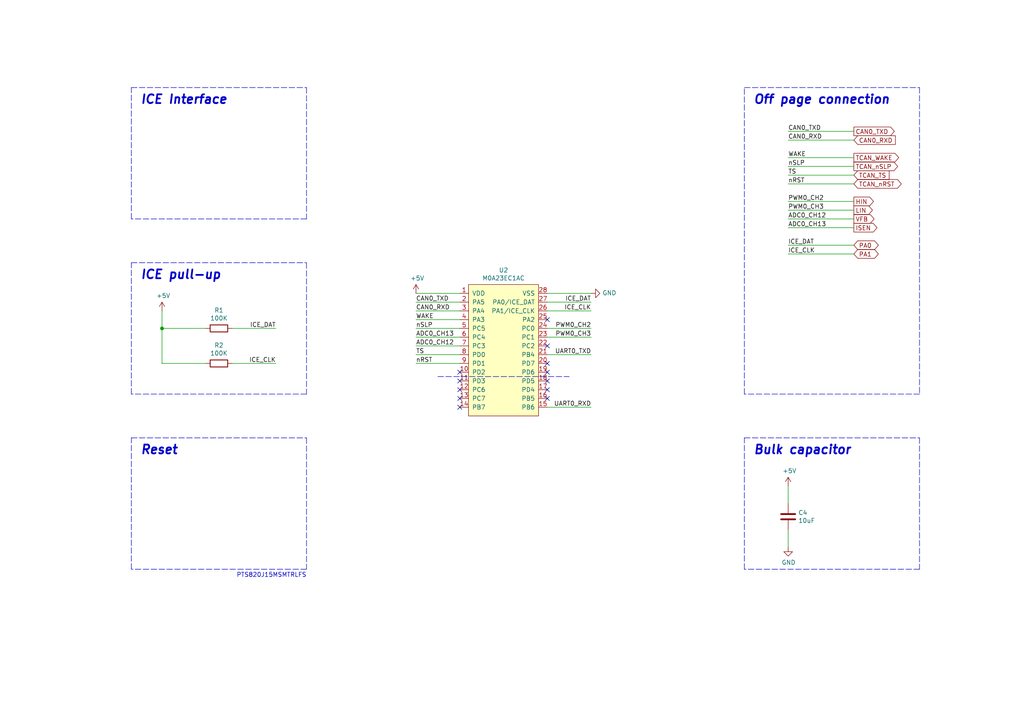
<source format=kicad_sch>
(kicad_sch (version 20211123) (generator eeschema)
  (paper "A4")
  (title_block (title "Multi purpose power converter module with CAN bus interface") (date "2022-09-07") (rev "0.1") (company "City Science Lab @ Taipei Tech /a cooperation with the MIT Media Lab") (comment 1 "DANCHOUZHOU") (comment 2 "https://github.com/danchouzhou") (comment 3 "danchouzhou@gmail.com"))
  (lib_symbols
    (symbol "Device:C" (pin_numbers hide) (pin_names (offset 0.254))
      (property "Reference" "C" (at 0.635 2.54 0))
      (property "Value" "C" (at 0.635 -2.54 0))
      (symbol "C_0_1"
        (polyline (pts (xy -2.032 -0.762) (xy 2.032 -0.762)) (stroke (width 0.508)))
        (polyline (pts (xy -2.032 0.762) (xy 2.032 0.762)) (stroke (width 0.508)))
      )
      (symbol "C_1_1"
        (pin passive line (at 0 3.81 270) (length 2.794) (name "~") (number "1"))
        (pin passive line (at 0 -3.81 90) (length 2.794) (name "~") (number "2"))
      )
    )
    (symbol "Device:R" (pin_numbers hide) (pin_names (offset 0))
      (property "Reference" "R" (at 2.032 0 90))
      (property "Value" "R" (at 0 0 90))
      (symbol "R_0_1"
        (rectangle (start -1.016 -2.54) (end 1.016 2.54) (stroke (width 0.254)))
      )
      (symbol "R_1_1"
        (pin passive line (at 0 3.81 270) (length 1.27) (name "~") (number "1"))
        (pin passive line (at 0 -3.81 90) (length 1.27) (name "~") (number "2"))
      )
    )
    (symbol "M0A21:M0A23EC1AC" (pin_names (offset 1.016))
      (property "Reference" "U" (at 0 22.86 0))
      (property "Value" "M0A23EC1AC" (at 0 20.32 0))
      (symbol "M0A23EC1AC_0_1"
        (rectangle (start -10.16 19.05) (end 10.16 -19.05) (fill (type background)))
      )
      (symbol "M0A23EC1AC_1_1"
        (pin power_in line (at -12.7 16.51 0) (length 2.54) (name "VDD") (number "1"))
        (pin bidirectional line (at -12.7 -6.35 0) (length 2.54) (name "PD2") (number "10"))
        (pin bidirectional line (at -12.7 -8.89 0) (length 2.54) (name "PD3") (number "11"))
        (pin bidirectional line (at -12.7 -11.43 0) (length 2.54) (name "PC6") (number "12"))
        (pin bidirectional line (at -12.7 -13.97 0) (length 2.54) (name "PC7") (number "13"))
        (pin bidirectional line (at -12.7 -16.51 0) (length 2.54) (name "PB7") (number "14"))
        (pin bidirectional line (at 12.7 -16.51 180) (length 2.54) (name "PB6") (number "15"))
        (pin bidirectional line (at 12.7 -13.97 180) (length 2.54) (name "PB5") (number "16"))
        (pin bidirectional line (at 12.7 -11.43 180) (length 2.54) (name "PD4") (number "17"))
        (pin bidirectional line (at 12.7 -8.89 180) (length 2.54) (name "PD5") (number "18"))
        (pin bidirectional line (at 12.7 -6.35 180) (length 2.54) (name "PD6") (number "19"))
        (pin bidirectional line (at -12.7 13.97 0) (length 2.54) (name "PA5") (number "2"))
        (pin bidirectional line (at 12.7 -3.81 180) (length 2.54) (name "PD7") (number "20"))
        (pin bidirectional line (at 12.7 -1.27 180) (length 2.54) (name "PB4") (number "21"))
        (pin bidirectional line (at 12.7 1.27 180) (length 2.54) (name "PC2") (number "22"))
        (pin bidirectional line (at 12.7 3.81 180) (length 2.54) (name "PC1") (number "23"))
        (pin bidirectional line (at 12.7 6.35 180) (length 2.54) (name "PC0") (number "24"))
        (pin bidirectional line (at 12.7 8.89 180) (length 2.54) (name "PA2") (number "25"))
        (pin bidirectional line (at 12.7 11.43 180) (length 2.54) (name "PA1/ICE_CLK") (number "26"))
        (pin bidirectional line (at 12.7 13.97 180) (length 2.54) (name "PA0/ICE_DAT") (number "27"))
        (pin power_in line (at 12.7 16.51 180) (length 2.54) (name "VSS") (number "28"))
        (pin bidirectional line (at -12.7 11.43 0) (length 2.54) (name "PA4") (number "3"))
        (pin bidirectional line (at -12.7 8.89 0) (length 2.54) (name "PA3") (number "4"))
        (pin bidirectional line (at -12.7 6.35 0) (length 2.54) (name "PC5") (number "5"))
        (pin bidirectional line (at -12.7 3.81 0) (length 2.54) (name "PC4") (number "6"))
        (pin bidirectional line (at -12.7 1.27 0) (length 2.54) (name "PC3") (number "7"))
        (pin bidirectional line (at -12.7 -1.27 0) (length 2.54) (name "PD0") (number "8"))
        (pin bidirectional line (at -12.7 -3.81 0) (length 2.54) (name "PD1") (number "9"))
      )
    )
    (symbol "power:+5V" (power) (pin_names (offset 0))
      (property "Value" "+5V" (at 0 3.556 0))
      (symbol "+5V_0_1"
        (polyline (pts (xy -0.762 1.27) (xy 0 2.54)))
        (polyline (pts (xy 0 0) (xy 0 2.54)))
        (polyline (pts (xy 0 2.54) (xy 0.762 1.27)))
      )
      (symbol "+5V_1_1"
        (pin power_in line (at 0 0 90) (length 0) hide (name "+5V") (number "1"))
      )
    )
    (symbol "power:GND" (power) (pin_names (offset 0))
      (property "Value" "GND" (at 0 -3.81 0))
      (symbol "GND_0_1"
        (polyline (pts (xy 0 0) (xy 0 -1.27) (xy 1.27 -1.27) (xy 0 -2.54) (xy -1.27 -1.27) (xy 0 -1.27)))
      )
      (symbol "GND_1_1"
        (pin power_in line (at 0 0 270) (length 0) hide (name "GND") (number "1"))
      )
    )
  )
  (junction (at 46.99 95.25))
  (no_connect (at 133.35 115.57))
  (no_connect (at 158.75 100.33))
  (no_connect (at 133.35 113.03))
  (no_connect (at 158.75 107.95))
  (no_connect (at 133.35 110.49))
  (no_connect (at 158.75 105.41))
  (no_connect (at 158.75 110.49))
  (no_connect (at 158.75 113.03))
  (no_connect (at 158.75 115.57))
  (no_connect (at 133.35 107.95))
  (no_connect (at 158.75 92.71))
  (no_connect (at 133.35 118.11))
  (wire (pts (xy 228.6 140.97) (xy 228.6 146.05)))
  (wire (pts (xy 171.45 90.17) (xy 158.75 90.17)))
  (polyline (pts (xy 266.7 127) (xy 266.7 165.1)))
  (polyline (pts (xy 266.7 25.4) (xy 266.7 114.3)))
  (wire (pts (xy 120.65 97.79) (xy 133.35 97.79)))
  (polyline (pts (xy 88.9 76.2) (xy 88.9 114.3)))
  (wire (pts (xy 120.65 102.87) (xy 133.35 102.87)))
  (wire (pts (xy 228.6 45.72) (xy 247.65 45.72)))
  (wire (pts (xy 171.45 95.25) (xy 158.75 95.25)))
  (polyline (pts (xy 266.7 165.1) (xy 215.9 165.1)))
  (wire (pts (xy 80.01 105.41) (xy 67.31 105.41)))
  (wire (pts (xy 120.65 90.17) (xy 133.35 90.17)))
  (polyline (pts (xy 215.9 114.3) (xy 215.9 25.4)))
  (wire (pts (xy 228.6 66.04) (xy 247.65 66.04)))
  (polyline (pts (xy 88.9 25.4) (xy 88.9 63.5)))
  (polyline (pts (xy 38.1 165.1) (xy 38.1 127)))
  (wire (pts (xy 46.99 95.25) (xy 46.99 105.41)))
  (polyline (pts (xy 38.1 127) (xy 88.9 127)))
  (wire (pts (xy 228.6 50.8) (xy 247.65 50.8)))
  (wire (pts (xy 228.6 40.64) (xy 247.65 40.64)))
  (polyline (pts (xy 88.9 127) (xy 88.9 165.1)))
  (polyline (pts (xy 266.7 114.3) (xy 215.9 114.3)))
  (wire (pts (xy 228.6 63.5) (xy 247.65 63.5)))
  (polyline (pts (xy 38.1 76.2) (xy 88.9 76.2)))
  (polyline (pts (xy 88.9 165.1) (xy 38.1 165.1)))
  (wire (pts (xy 80.01 95.25) (xy 67.31 95.25)))
  (polyline (pts (xy 38.1 63.5) (xy 38.1 25.4)))
  (wire (pts (xy 158.75 85.09) (xy 171.45 85.09)))
  (wire (pts (xy 228.6 158.75) (xy 228.6 153.67)))
  (wire (pts (xy 228.6 53.34) (xy 247.65 53.34)))
  (polyline (pts (xy 215.9 25.4) (xy 266.7 25.4)))
  (wire (pts (xy 158.75 118.11) (xy 171.45 118.11)))
  (wire (pts (xy 120.65 100.33) (xy 133.35 100.33)))
  (wire (pts (xy 120.65 87.63) (xy 133.35 87.63)))
  (wire (pts (xy 228.6 71.12) (xy 247.65 71.12)))
  (polyline (pts (xy 215.9 165.1) (xy 215.9 127)))
  (wire (pts (xy 228.6 38.1) (xy 247.65 38.1)))
  (wire (pts (xy 228.6 60.96) (xy 247.65 60.96)))
  (polyline (pts (xy 38.1 114.3) (xy 38.1 76.2)))
  (wire (pts (xy 46.99 105.41) (xy 59.69 105.41)))
  (wire (pts (xy 158.75 87.63) (xy 171.45 87.63)))
  (wire (pts (xy 120.65 85.09) (xy 133.35 85.09)))
  (wire (pts (xy 120.65 92.71) (xy 133.35 92.71)))
  (wire (pts (xy 171.45 97.79) (xy 158.75 97.79)))
  (wire (pts (xy 228.6 48.26) (xy 247.65 48.26)))
  (polyline (pts (xy 127 109.22) (xy 165.1 109.22)))
  (polyline (pts (xy 88.9 63.5) (xy 38.1 63.5)))
  (polyline (pts (xy 88.9 114.3) (xy 38.1 114.3)))
  (wire (pts (xy 228.6 73.66) (xy 247.65 73.66)))
  (wire (pts (xy 46.99 90.17) (xy 46.99 95.25)))
  (wire (pts (xy 120.65 95.25) (xy 133.35 95.25)))
  (wire (pts (xy 228.6 58.42) (xy 247.65 58.42)))
  (wire (pts (xy 120.65 105.41) (xy 133.35 105.41)))
  (polyline (pts (xy 215.9 127) (xy 266.7 127)))
  (wire (pts (xy 46.99 95.25) (xy 59.69 95.25)))
  (polyline (pts (xy 38.1 25.4) (xy 88.9 25.4)))
  (wire (pts (xy 158.75 102.87) (xy 171.45 102.87)))
  (text "Off page connection" (at 218.44 30.48 0) (effects (font (size 2.54 2.54) (thickness 0.508) bold italic) (justify left bottom)))
  (text "Reset" (at 40.64 132.08 0) (effects (font (size 2.54 2.54) (thickness 0.508) bold italic) (justify left bottom)))
  (text "PTS820J15MSMTRLFS" (at 68.58 167.64 0) (effects (font (size 1.27 1.27)) (justify left bottom)))
  (text "Bulk capacitor" (at 218.44 132.08 0) (effects (font (size 2.54 2.54) (thickness 0.508) bold italic) (justify left bottom)))
  (text "ICE pull-up" (at 40.64 81.28 0) (effects (font (size 2.54 2.54) (thickness 0.508) bold italic) (justify left bottom)))
  (text "ICE Interface" (at 40.64 30.48 0) (effects (font (size 2.54 2.54) (thickness 0.508) bold italic) (justify left bottom)))
  (label "ADC0_CH12" (at 120.65 100.33 0))
  (label "ADC0_CH13" (at 120.65 97.79 0))
  (label "CAN0_RXD" (at 228.6 40.64 0))
  (label "ICE_CLK" (at 80.01 105.41 180))
  (label "PWM0_CH3" (at 228.6 60.96 0))
  (label "nSLP" (at 120.65 95.25 0))
  (label "WAKE" (at 120.65 92.71 0))
  (label "ADC0_CH12" (at 228.6 63.5 0))
  (label "ICE_CLK" (at 228.6 73.66 0))
  (label "ADC0_CH13" (at 228.6 66.04 0))
  (label "ICE_CLK" (at 171.45 90.17 180))
  (label "PWM0_CH3" (at 171.45 97.79 180))
  (label "CAN0_RXD" (at 120.65 90.17 0))
  (label "TS" (at 120.65 102.87 0))
  (label "nRST" (at 120.65 105.41 0))
  (label "TS" (at 228.6 50.8 0))
  (label "UART0_RXD" (at 171.45 118.11 180))
  (label "CAN0_TXD" (at 120.65 87.63 0))
  (label "UART0_TXD" (at 171.45 102.87 180))
  (label "PWM0_CH2" (at 228.6 58.42 0))
  (label "nRST" (at 228.6 53.34 0))
  (label "ICE_DAT" (at 80.01 95.25 180))
  (label "PWM0_CH2" (at 171.45 95.25 180))
  (label "WAKE" (at 228.6 45.72 0))
  (label "ICE_DAT" (at 228.6 71.12 0))
  (label "ICE_DAT" (at 171.45 87.63 180))
  (label "nSLP" (at 228.6 48.26 0))
  (label "CAN0_TXD" (at 228.6 38.1 0))
  (global_label "LIN" (shape output) (at 247.65 60.96 0) (property "Intersheet References" "${INTERSHEET_REFS}" (effects hide)))
  (global_label "HIN" (shape output) (at 247.65 58.42 0) (property "Intersheet References" "${INTERSHEET_REFS}" (effects hide)))
  (global_label "ISEN" (shape output) (at 247.65 66.04 0) (property "Intersheet References" "${INTERSHEET_REFS}" (effects hide)))
  (global_label "CAN0_TXD" (shape output) (at 247.65 38.1 0) (property "Intersheet References" "${INTERSHEET_REFS}" (effects hide)))
  (global_label "TCAN_nRST" (shape bidirectional) (at 247.65 53.34 0) (property "Intersheet References" "${INTERSHEET_REFS}" (effects hide)))
  (global_label "PA1" (shape bidirectional) (at 247.65 73.66 0) (property "Intersheet References" "${INTERSHEET_REFS}" (effects hide)))
  (global_label "VFB" (shape output) (at 247.65 63.5 0) (property "Intersheet References" "${INTERSHEET_REFS}" (effects hide)))
  (global_label "TCAN_nSLP" (shape output) (at 247.65 48.26 0) (property "Intersheet References" "${INTERSHEET_REFS}" (effects hide)))
  (global_label "CAN0_RXD" (shape input) (at 247.65 40.64 0) (property "Intersheet References" "${INTERSHEET_REFS}" (effects hide)))
  (global_label "PA0" (shape bidirectional) (at 247.65 71.12 0) (property "Intersheet References" "${INTERSHEET_REFS}" (effects hide)))
  (global_label "TCAN_TS" (shape input) (at 247.65 50.8 0) (property "Intersheet References" "${INTERSHEET_REFS}" (effects hide)))
  (global_label "TCAN_WAKE" (shape output) (at 247.65 45.72 0) (property "Intersheet References" "${INTERSHEET_REFS}" (effects hide)))
  (symbol (lib_id "M0A21:M0A23EC1AC") (at 146.05 101.6 0) (unit 1)
    (property "Reference" "U2" (at 146.05 78.359 0))
    (property "Value" "M0A23EC1AC" (at 146.05 80.6704 0))
    (property "Footprint" "Package_SO:TSSOP-28_4.4x9.7mm_P0.65mm" (effects hide))
    (property "Manufacturer" "Nuvoton" (effects hide))
    (property "PN" "M0A23EC1AC" (effects hide))
    (property "Vendor" "TECHDesign" (effects hide))
  )
  (symbol (lib_id "power:GND") (at 171.45 85.09 90) (unit 1)
    (property "Reference" "#PWR015" (effects hide))
    (property "Value" "GND" (at 174.7012 84.963 90) (effects (justify right)))
  )
  (symbol (lib_id "power:+5V") (at 120.65 85.09 0) (unit 1)
    (property "Reference" "#PWR014" (effects hide))
    (property "Value" "+5V" (at 121.031 80.6958 0))
  )
  (symbol (lib_id "Device:C") (at 228.6 149.86 0) (unit 1)
    (property "Reference" "C4" (at 231.521 148.6916 0) (effects (justify left)))
    (property "Value" "10uF" (at 231.521 151.003 0) (effects (justify left)))
    (property "Footprint" "Capacitor_SMD:C_0805_2012Metric" (effects hide))
    (property "Manufacturer" "Yageo" (effects hide))
    (property "PN" "CC0603KRX7R7BB104" (effects hide))
    (property "Vendor" "Mouser" (effects hide))
  )
  (symbol (lib_id "power:+5V") (at 228.6 140.97 0) (unit 1)
    (property "Reference" "#PWR016" (effects hide))
    (property "Value" "+5V" (at 228.981 136.5758 0))
  )
  (symbol (lib_id "power:GND") (at 228.6 158.75 0) (unit 1)
    (property "Reference" "#PWR017" (effects hide))
    (property "Value" "GND" (at 228.727 163.1442 0))
  )
  (symbol (lib_id "Device:R") (at 63.5 95.25 270) (unit 1)
    (property "Reference" "R1" (at 63.5 89.9922 90))
    (property "Value" "100K" (at 63.5 92.3036 90))
    (property "Footprint" "Resistor_SMD:R_0603_1608Metric" (effects hide))
    (property "Vendor" "Mouser" (effects hide))
    (property "Manufacturer" "Walsin" (effects hide))
    (property "PN" "MR06X1003FTL" (effects hide))
  )
  (symbol (lib_id "Device:R") (at 63.5 105.41 270) (unit 1)
    (property "Reference" "R2" (at 63.5 100.1522 90))
    (property "Value" "100K" (at 63.5 102.4636 90))
    (property "Footprint" "Resistor_SMD:R_0603_1608Metric" (effects hide))
    (property "Vendor" "Mouser" (effects hide))
    (property "Manufacturer" "Walsin" (effects hide))
    (property "PN" "MR06X1003FTL" (effects hide))
  )
  (symbol (lib_id "power:+5V") (at 46.99 90.17 0) (unit 1)
    (property "Reference" "#PWR011" (effects hide))
    (property "Value" "+5V" (at 47.371 85.7758 0))
  )
)
</source>
